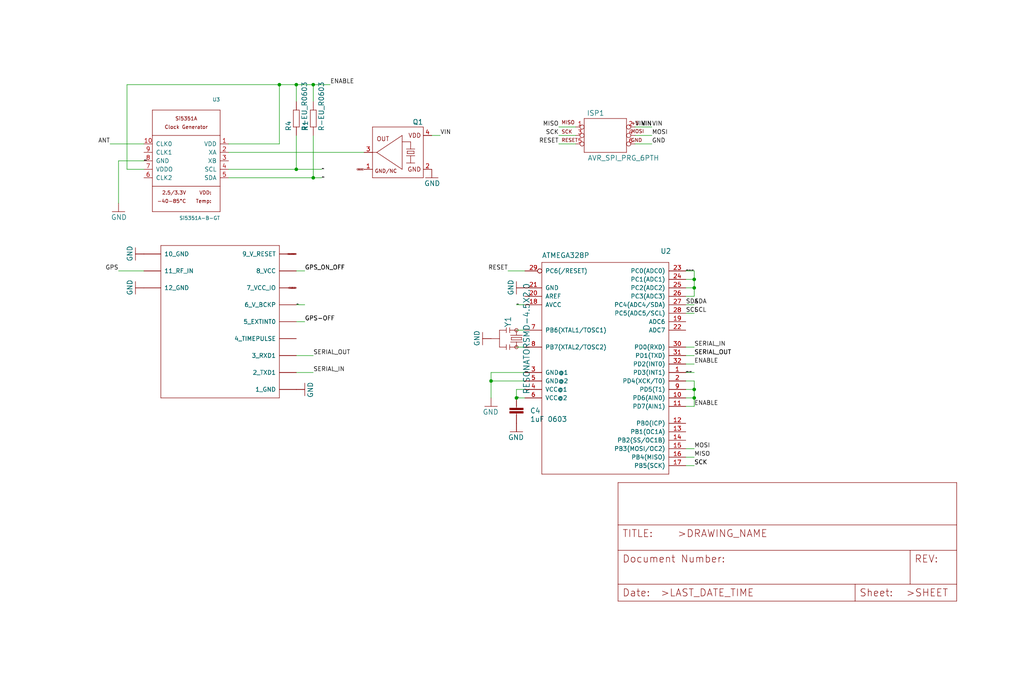
<source format=kicad_sch>
(kicad_sch (version 20211123) (generator eeschema)
  (paper "User" 307.213 210.007)
  (lib_symbols
    (symbol "ict_v361-eagle-import:AVR_SPI_PRG_6PTH" (pin_names (offset 1.016))
      (property "Reference" "J" (at -4.318 5.842 0))
      (property "Value" "AVR_SPI_PRG_6PTH" (at -4.064 -7.62 0))
      (symbol "AVR_SPI_PRG_6PTH_1_0"
        (polyline (pts (xy -5.08 -5.08) (xy 7.62 -5.08)))
        (polyline (pts (xy -5.08 5.08) (xy -5.08 -5.08)))
        (polyline (pts (xy 7.62 -5.08) (xy 7.62 5.08)))
        (polyline (pts (xy 7.62 5.08) (xy -5.08 5.08)))
        (text "+5" (at 8.89 3.048 0) (effects (font (size 1.0668 1.0668)) (justify left bottom)))
        (text "GND" (at 8.89 -2.032 0) (effects (font (size 1.0668 1.0668)) (justify left bottom)))
        (text "MISO" (at -11.938 3.302 0) (effects (font (size 1.0668 1.0668)) (justify left bottom)))
        (text "MOSI" (at 8.89 0.635 0) (effects (font (size 1.0668 1.0668)) (justify left bottom)))
        (text "RESET" (at -11.938 -2.032 0) (effects (font (size 1.0668 1.0668)) (justify left bottom)))
        (text "SCK" (at -11.938 0.508 0) (effects (font (size 1.0668 1.0668)) (justify left bottom)))
        (pin passive inverted (at -7.62 2.54 0) (length 2.54) (name "1") (number "1"))
        (pin passive inverted (at 10.16 2.54 180) (length 2.54) (name "2") (number "2"))
        (pin passive inverted (at -7.62 0 0) (length 2.54) (name "3") (number "3"))
        (pin passive inverted (at 10.16 0 180) (length 2.54) (name "4") (number "4"))
        (pin passive inverted (at -7.62 -2.54 0) (length 2.54) (name "5") (number "5"))
        (pin passive inverted (at 10.16 -2.54 180) (length 2.54) (name "6") (number "6"))
      )
    )
    (symbol "ict_v361-eagle-import:C-EUC0603K" (pin_names (offset 1.016))
      (property "Reference" "C" (at 1.524 0.381 0))
      (property "Value" "C-EUC0603K" (at 1.524 -4.699 0))
      (symbol "C-EUC0603K_1_0"
        (rectangle (start -2.032 -2.032) (end 2.032 -1.524) (fill (type outline)))
        (rectangle (start -2.032 -1.016) (end 2.032 -0.508) (fill (type outline)))
        (polyline (pts (xy 0 -2.54) (xy 0 -2.032)))
        (polyline (pts (xy 0 0) (xy 0 -0.508)))
        (pin passive line (at 0 2.54 270) (length 2.54) (name "1") (number "1"))
        (pin passive line (at 0 -5.08 90) (length 2.54) (name "2") (number "2"))
      )
    )
    (symbol "ict_v361-eagle-import:DINA4_L" (pin_names (offset 1.016))
      (symbol "DINA4_L_2_0"
        (polyline (pts (xy 0 0) (xy 0 5.08)))
        (polyline (pts (xy 0 0) (xy 71.12 0)))
        (polyline (pts (xy 0 5.08) (xy 0 15.24)))
        (polyline (pts (xy 0 5.08) (xy 71.12 5.08)))
        (polyline (pts (xy 0 15.24) (xy 0 22.86)))
        (polyline (pts (xy 0 22.86) (xy 0 35.56)))
        (polyline (pts (xy 0 22.86) (xy 101.6 22.86)))
        (polyline (pts (xy 71.12 0) (xy 101.6 0)))
        (polyline (pts (xy 71.12 5.08) (xy 71.12 0)))
        (polyline (pts (xy 71.12 5.08) (xy 87.63 5.08)))
        (polyline (pts (xy 87.63 5.08) (xy 101.6 5.08)))
        (polyline (pts (xy 87.63 15.24) (xy 0 15.24)))
        (polyline (pts (xy 87.63 15.24) (xy 87.63 5.08)))
        (polyline (pts (xy 101.6 5.08) (xy 101.6 0)))
        (polyline (pts (xy 101.6 15.24) (xy 87.63 15.24)))
        (polyline (pts (xy 101.6 15.24) (xy 101.6 5.08)))
        (polyline (pts (xy 101.6 22.86) (xy 101.6 15.24)))
        (polyline (pts (xy 101.6 35.56) (xy 0 35.56)))
        (polyline (pts (xy 101.6 35.56) (xy 101.6 22.86)))
        (text ">DRAWING_NAME" (at 17.78 19.05 0) (effects (font (size 2.159 2.159)) (justify left bottom)))
        (text ">LAST_DATE_TIME" (at 12.7 1.27 0) (effects (font (size 2.159 2.159)) (justify left bottom)))
        (text ">SHEET" (at 86.36 1.27 0) (effects (font (size 2.159 2.159)) (justify left bottom)))
        (text "Date:" (at 1.27 1.27 0) (effects (font (size 2.159 2.159)) (justify left bottom)))
        (text "Document Number:" (at 1.27 11.43 0) (effects (font (size 2.159 2.159)) (justify left bottom)))
        (text "REV:" (at 88.9 11.43 0) (effects (font (size 2.159 2.159)) (justify left bottom)))
        (text "Sheet:" (at 72.39 1.27 0) (effects (font (size 2.159 2.159)) (justify left bottom)))
        (text "TITLE:" (at 1.27 19.05 0) (effects (font (size 2.159 2.159)) (justify left bottom)))
      )
    )
    (symbol "ict_v361-eagle-import:GND" (power) (pin_names (offset 1.016))
      (property "Value" "GND" (at -2.54 -2.54 0))
      (symbol "GND_1_0"
        (polyline (pts (xy -1.905 0) (xy 1.905 0)))
        (pin power_in line (at 0 2.54 270) (length 2.54) (name "GND") (number "1"))
      )
    )
    (symbol "ict_v361-eagle-import:KXO-TCXO-CMOS-84" (pin_names (offset 1.016))
      (property "Reference" "Q" (at -7.62 8.255 0))
      (symbol "KXO-TCXO-CMOS-84_1_0"
        (polyline (pts (xy -7.62 7.62) (xy -7.62 -7.62)))
        (polyline (pts (xy -7.62 7.62) (xy 7.62 7.62)))
        (polyline (pts (xy -5.08 -3.175) (xy -2.54 -3.175)))
        (polyline (pts (xy -5.08 -1.016) (xy -3.81 -1.016)))
        (polyline (pts (xy -5.08 1.016) (xy -2.54 1.016)))
        (polyline (pts (xy -4.826 -0.381) (xy -4.826 0.381)))
        (polyline (pts (xy -4.826 -0.381) (xy -2.794 -0.381)))
        (polyline (pts (xy -4.826 0.381) (xy -2.794 0.381)))
        (polyline (pts (xy -3.81 -3.175) (xy -3.81 -1.016)))
        (polyline (pts (xy -3.81 -1.016) (xy -2.54 -1.016)))
        (polyline (pts (xy -3.81 1.016) (xy -3.81 3.175)))
        (polyline (pts (xy -3.81 3.175) (xy -1.27 3.175)))
        (polyline (pts (xy -2.794 0.381) (xy -2.794 -0.381)))
        (polyline (pts (xy -1.27 -5.08) (xy -1.27 3.175)))
        (polyline (pts (xy -1.27 3.175) (xy -1.27 5.08)))
        (polyline (pts (xy -1.27 5.08) (xy 6.35 0)))
        (polyline (pts (xy 6.35 0) (xy -1.27 -5.08)))
        (polyline (pts (xy 6.35 0) (xy 7.62 0)))
        (polyline (pts (xy 7.62 -7.62) (xy -7.62 -7.62)))
        (polyline (pts (xy 7.62 -7.62) (xy 7.62 0)))
        (polyline (pts (xy 7.62 0) (xy 7.62 7.62)))
        (text "GND" (at -6.985 -5.842 0) (effects (font (size 1.2954 1.2954)) (justify left bottom)))
        (text "GND/NC" (at 6.985 -4.953 0) (effects (font (size 1.0668 1.0668)) (justify right top)))
        (text "OUT" (at 2.54 3.302 0) (effects (font (size 1.2954 1.2954)) (justify left bottom)))
        (text "VDD" (at -6.985 4.318 0) (effects (font (size 1.2954 1.2954)) (justify left bottom)))
        (pin power_in line (at 10.16 -5.08 180) (length 2.54) (name "GND/NC") (number "1"))
        (pin power_in line (at -10.16 -5.08 0) (length 2.54) (name "GND") (number "2"))
        (pin output line (at 10.16 0 180) (length 2.54) (name "OUT") (number "3"))
        (pin power_in line (at -10.16 5.08 0) (length 2.54) (name "VDD") (number "4"))
      )
    )
    (symbol "ict_v361-eagle-import:MEGA8-AI" (pin_names (offset 1.016))
      (property "Reference" "IC" (at -17.78 -38.1 0))
      (property "Value" "MEGA8-AI" (at -17.78 29.21 0))
      (symbol "MEGA8-AI_1_0"
        (polyline (pts (xy -17.78 -35.56) (xy -17.78 27.94)))
        (polyline (pts (xy -17.78 27.94) (xy 20.32 27.94)))
        (polyline (pts (xy 20.32 -35.56) (xy -17.78 -35.56)))
        (polyline (pts (xy 20.32 27.94) (xy 20.32 -35.56)))
        (pin bidirectional line (at 25.4 -5.08 180) (length 5.08) (name "PD3(INT1)") (number "1"))
        (pin bidirectional line (at 25.4 -12.7 180) (length 5.08) (name "PD6(AIN0)") (number "10"))
        (pin bidirectional line (at 25.4 -15.24 180) (length 5.08) (name "PD7(AIN1)") (number "11"))
        (pin bidirectional line (at 25.4 -20.32 180) (length 5.08) (name "PB0(ICP)") (number "12"))
        (pin bidirectional line (at 25.4 -22.86 180) (length 5.08) (name "PB1(OC1A)") (number "13"))
        (pin bidirectional line (at 25.4 -25.4 180) (length 5.08) (name "PB2(SS/OC1B)") (number "14"))
        (pin bidirectional line (at 25.4 -27.94 180) (length 5.08) (name "PB3(MOSI/OC2)") (number "15"))
        (pin bidirectional line (at 25.4 -30.48 180) (length 5.08) (name "PB4(MISO)") (number "16"))
        (pin bidirectional line (at 25.4 -33.02 180) (length 5.08) (name "PB5(SCK)") (number "17"))
        (pin power_in line (at -22.86 15.24 0) (length 5.08) (name "AVCC") (number "18"))
        (pin bidirectional line (at 25.4 10.16 180) (length 5.08) (name "ADC6") (number "19"))
        (pin bidirectional line (at 25.4 -7.62 180) (length 5.08) (name "PD4(XCK/T0)") (number "2"))
        (pin passive line (at -22.86 17.78 0) (length 5.08) (name "AREF") (number "20"))
        (pin power_in line (at -22.86 20.32 0) (length 5.08) (name "GND") (number "21"))
        (pin bidirectional line (at 25.4 7.62 180) (length 5.08) (name "ADC7") (number "22"))
        (pin bidirectional line (at 25.4 25.4 180) (length 5.08) (name "PC0(ADC0)") (number "23"))
        (pin bidirectional line (at 25.4 22.86 180) (length 5.08) (name "PC1(ADC1)") (number "24"))
        (pin bidirectional line (at 25.4 20.32 180) (length 5.08) (name "PC2(ADC2)") (number "25"))
        (pin bidirectional line (at 25.4 17.78 180) (length 5.08) (name "PC3(ADC3)") (number "26"))
        (pin bidirectional line (at 25.4 15.24 180) (length 5.08) (name "PC4(ADC4/SDA)") (number "27"))
        (pin bidirectional line (at 25.4 12.7 180) (length 5.08) (name "PC5(ADC5/SCL)") (number "28"))
        (pin bidirectional inverted (at -22.86 25.4 0) (length 5.08) (name "PC6(/RESET)") (number "29"))
        (pin power_in line (at -22.86 -5.08 0) (length 5.08) (name "GND@1") (number "3"))
        (pin bidirectional line (at 25.4 2.54 180) (length 5.08) (name "PD0(RXD)") (number "30"))
        (pin bidirectional line (at 25.4 0 180) (length 5.08) (name "PD1(TXD)") (number "31"))
        (pin bidirectional line (at 25.4 -2.54 180) (length 5.08) (name "PD2(INT0)") (number "32"))
        (pin power_in line (at -22.86 -10.16 0) (length 5.08) (name "VCC@1") (number "4"))
        (pin power_in line (at -22.86 -7.62 0) (length 5.08) (name "GND@2") (number "5"))
        (pin power_in line (at -22.86 -12.7 0) (length 5.08) (name "VCC@2") (number "6"))
        (pin bidirectional line (at -22.86 7.62 0) (length 5.08) (name "PB6(XTAL1/TOSC1)") (number "7"))
        (pin bidirectional line (at -22.86 2.54 0) (length 5.08) (name "PB7(XTAL2/TOSC2)") (number "8"))
        (pin bidirectional line (at 25.4 -10.16 180) (length 5.08) (name "PD5(T1)") (number "9"))
      )
    )
    (symbol "ict_v361-eagle-import:R-EU_R0603" (pin_names (offset 1.016))
      (property "Reference" "R" (at -3.81 1.4986 0))
      (property "Value" "R-EU_R0603" (at -3.81 -3.302 0))
      (symbol "R-EU_R0603_1_0"
        (polyline (pts (xy -2.54 -0.889) (xy -2.54 0.889)))
        (polyline (pts (xy -2.54 -0.889) (xy 2.54 -0.889)))
        (polyline (pts (xy 2.54 -0.889) (xy 2.54 0.889)))
        (polyline (pts (xy 2.54 0.889) (xy -2.54 0.889)))
        (pin passive line (at -5.08 0 0) (length 2.54) (name "1") (number "1"))
        (pin passive line (at 5.08 0 180) (length 2.54) (name "2") (number "2"))
      )
    )
    (symbol "ict_v361-eagle-import:RESONATORSMD-4.5X2.0" (pin_names (offset 1.016))
      (property "Reference" "Y" (at -3.302 -2.54 0))
      (property "Value" "RESONATORSMD-4.5X2.0" (at 0 2.032 0))
      (symbol "RESONATORSMD-4.5X2.0_1_0"
        (circle (center -2.54 0) (radius 0.508))
        (polyline (pts (xy -2.54 -3.048) (xy -3.302 -3.048)))
        (polyline (pts (xy -2.54 -3.048) (xy -2.54 -5.08)))
        (polyline (pts (xy -2.54 -2.032) (xy -3.302 -2.032)))
        (polyline (pts (xy -2.54 -2.032) (xy -2.54 0)))
        (polyline (pts (xy -2.54 0) (xy -1.016 0)))
        (polyline (pts (xy -1.778 -3.048) (xy -2.54 -3.048)))
        (polyline (pts (xy -1.778 -2.032) (xy -2.54 -2.032)))
        (polyline (pts (xy -1.016 0) (xy -1.016 -1.778)))
        (polyline (pts (xy -1.016 1.778) (xy -1.016 0)))
        (polyline (pts (xy -0.381 -1.524) (xy 0.381 -1.524)))
        (polyline (pts (xy -0.381 1.524) (xy -0.381 -1.524)))
        (polyline (pts (xy 0 -5.08) (xy -2.54 -5.08)))
        (polyline (pts (xy 0 -5.08) (xy 0 -7.62)))
        (polyline (pts (xy 0.381 -1.524) (xy 0.381 1.524)))
        (polyline (pts (xy 0.381 1.524) (xy -0.381 1.524)))
        (polyline (pts (xy 1.016 0) (xy 1.016 -1.778)))
        (polyline (pts (xy 1.016 0) (xy 2.54 0)))
        (polyline (pts (xy 1.016 1.778) (xy 1.016 0)))
        (polyline (pts (xy 2.54 -5.08) (xy 0 -5.08)))
        (polyline (pts (xy 2.54 -3.048) (xy 1.778 -3.048)))
        (polyline (pts (xy 2.54 -3.048) (xy 2.54 -5.08)))
        (polyline (pts (xy 2.54 -2.032) (xy 1.778 -2.032)))
        (polyline (pts (xy 2.54 0) (xy 2.54 -2.032)))
        (polyline (pts (xy 3.302 -3.048) (xy 2.54 -3.048)))
        (polyline (pts (xy 3.302 -2.032) (xy 2.54 -2.032)))
        (circle (center 2.54 0) (radius 0.508))
        (pin passive line (at -2.54 0 0) (length 0) (name "1") (number "1"))
        (pin passive line (at 0 -7.62 90) (length 0) (name "2") (number "2"))
        (pin passive line (at 2.54 0 180) (length 0) (name "3") (number "3"))
      )
    )
    (symbol "ict_v361-eagle-import:SI5351A" (pin_names (offset 1.016))
      (property "Reference" "U" (at -10.16 17.78 0))
      (property "Value" "SI5351A" (at -10.16 -17.78 0))
      (symbol "SI5351A_1_0"
        (polyline (pts (xy -10.16 -15.24) (xy 10.16 -15.24)))
        (polyline (pts (xy -10.16 -7.62) (xy -10.16 -15.24)))
        (polyline (pts (xy -10.16 -7.62) (xy -10.16 7.62)))
        (polyline (pts (xy -10.16 7.62) (xy -10.16 15.24)))
        (polyline (pts (xy -10.16 7.62) (xy 10.16 7.62)))
        (polyline (pts (xy -10.16 15.24) (xy 10.16 15.24)))
        (polyline (pts (xy 10.16 -15.24) (xy 10.16 -7.62)))
        (polyline (pts (xy 10.16 -7.62) (xy -10.16 -7.62)))
        (polyline (pts (xy 10.16 7.62) (xy 10.16 -7.62)))
        (polyline (pts (xy 10.16 15.24) (xy 10.16 7.62)))
        (text "-40-85°C" (at 0 -12.7 0) (effects (font (size 1.0668 1.0668)) (justify left bottom)))
        (text "2.5/3.3V" (at 0 -10.16 0) (effects (font (size 1.0668 1.0668)) (justify left bottom)))
        (text "Clock Generator" (at 0 10.16 0) (effects (font (size 1.0668 1.0668))))
        (text "Si5351A" (at 0 12.7 0) (effects (font (size 1.0668 1.0668))))
        (text "Temp:" (at -7.62 -12.7 0) (effects (font (size 1.0668 1.0668)) (justify left bottom)))
        (text "VDD:" (at -7.62 -10.16 0) (effects (font (size 1.0668 1.0668)) (justify left bottom)))
        (pin power_in line (at -12.7 5.08 0) (length 2.54) (name "VDD") (number "1"))
        (pin output line (at 12.7 5.08 180) (length 2.54) (name "CLK0") (number "10"))
        (pin input line (at -12.7 2.54 0) (length 2.54) (name "XA") (number "2"))
        (pin input line (at -12.7 0 0) (length 2.54) (name "XB") (number "3"))
        (pin input line (at -12.7 -2.54 0) (length 2.54) (name "SCL") (number "4"))
        (pin bidirectional line (at -12.7 -5.08 0) (length 2.54) (name "SDA") (number "5"))
        (pin output line (at 12.7 -5.08 180) (length 2.54) (name "CLK2") (number "6"))
        (pin power_in line (at 12.7 -2.54 180) (length 2.54) (name "VDDO") (number "7"))
        (pin power_in line (at 12.7 0 180) (length 2.54) (name "GND") (number "8"))
        (pin output line (at 12.7 2.54 180) (length 2.54) (name "CLK1") (number "9"))
      )
    )
    (symbol "ict_v361-eagle-import:UBLOX_MAX" (pin_names (offset 1.016))
      (symbol "UBLOX_MAX_1_0"
        (polyline (pts (xy -17.78 -27.94) (xy 17.78 -27.94)))
        (polyline (pts (xy -17.78 17.78) (xy -17.78 -27.94)))
        (polyline (pts (xy 17.78 -27.94) (xy 17.78 17.78)))
        (polyline (pts (xy 17.78 17.78) (xy -17.78 17.78)))
        (pin power_in line (at -22.86 15.24 0) (length 5.08) (name "10_GND") (number "10_GND"))
        (pin bidirectional line (at -22.86 10.16 0) (length 5.08) (name "11_RF_IN") (number "11_RF_IN"))
        (pin power_in line (at -22.86 5.08 0) (length 5.08) (name "12_GND") (number "12_GND"))
        (pin power_in line (at 22.86 -25.4 180) (length 5.08) (name "1_GND") (number "1_GND"))
        (pin bidirectional line (at 22.86 -20.32 180) (length 5.08) (name "2_TXD1") (number "2_TXD1"))
        (pin bidirectional line (at 22.86 -15.24 180) (length 5.08) (name "3_RXD1") (number "3_RXD1"))
        (pin bidirectional line (at 22.86 -10.16 180) (length 5.08) (name "4_TIMEPULSE") (number "4_TIMEPULSE"))
        (pin bidirectional line (at 22.86 -5.08 180) (length 5.08) (name "5_EXTINT0") (number "5_EXTINT0"))
        (pin bidirectional line (at 22.86 0 180) (length 5.08) (name "6_V_BCKP") (number "6_V_BCKP"))
        (pin power_in line (at 22.86 5.08 180) (length 5.08) (name "7_VCC_IO") (number "7_VCC_IO"))
        (pin power_in line (at 22.86 10.16 180) (length 5.08) (name "8_VCC") (number "8_VCC"))
        (pin power_in line (at 22.86 15.24 180) (length 5.08) (name "9_V_RESET") (number "9_V_RESET"))
      )
    )
  )
  (junction (at 208.28 116.84))
  (junction (at 88.9 50.8))
  (junction (at 208.28 119.38))
  (junction (at 83.82 25.4))
  (junction (at 154.94 119.38))
  (junction (at 93.98 25.4))
  (junction (at 208.28 83.82))
  (junction (at 208.28 86.36))
  (junction (at 93.98 53.34))
  (junction (at 88.9 25.4))
  (junction (at 147.32 114.3))
  (wire (pts (xy 109.22 45.72) (xy 68.58 45.72)))
  (wire (pts (xy 154.94 119.38) (xy 154.94 116.84)))
  (wire (pts (xy 208.28 119.38) (xy 205.74 119.38)))
  (wire (pts (xy 205.74 104.14) (xy 208.28 104.14)))
  (wire (pts (xy 208.28 81.28) (xy 208.28 83.82)))
  (wire (pts (xy 147.32 111.76) (xy 147.32 114.3)))
  (wire (pts (xy 157.48 114.3) (xy 147.32 114.3)))
  (wire (pts (xy 157.48 99.06) (xy 154.94 99.06)))
  (wire (pts (xy 205.74 106.68) (xy 208.28 106.68)))
  (wire (pts (xy 88.9 106.68) (xy 93.98 106.68)))
  (wire (pts (xy 208.28 116.84) (xy 205.74 116.84)))
  (wire (pts (xy 208.28 88.9) (xy 205.74 88.9)))
  (wire (pts (xy 205.74 137.16) (xy 208.28 137.16)))
  (wire (pts (xy 96.52 53.34) (xy 93.98 53.34)))
  (wire (pts (xy 172.72 43.18) (xy 167.64 43.18)))
  (wire (pts (xy 208.28 116.84) (xy 208.28 119.38)))
  (wire (pts (xy 205.74 109.22) (xy 208.28 109.22)))
  (wire (pts (xy 208.28 86.36) (xy 208.28 88.9)))
  (wire (pts (xy 154.94 91.44) (xy 157.48 91.44)))
  (wire (pts (xy 157.48 104.14) (xy 154.94 104.14)))
  (wire (pts (xy 205.74 114.3) (xy 208.28 114.3)))
  (wire (pts (xy 33.02 43.18) (xy 43.18 43.18)))
  (wire (pts (xy 43.18 48.26) (xy 35.56 48.26)))
  (wire (pts (xy 205.74 134.62) (xy 208.28 134.62)))
  (wire (pts (xy 208.28 83.82) (xy 208.28 86.36)))
  (wire (pts (xy 157.48 111.76) (xy 147.32 111.76)))
  (wire (pts (xy 93.98 25.4) (xy 88.9 25.4)))
  (wire (pts (xy 190.5 40.64) (xy 195.58 40.64)))
  (wire (pts (xy 93.98 30.48) (xy 93.98 25.4)))
  (wire (pts (xy 129.54 40.64) (xy 132.08 40.64)))
  (wire (pts (xy 205.74 139.7) (xy 208.28 139.7)))
  (wire (pts (xy 88.9 91.44) (xy 91.44 91.44)))
  (wire (pts (xy 88.9 50.8) (xy 68.58 50.8)))
  (wire (pts (xy 93.98 53.34) (xy 68.58 53.34)))
  (wire (pts (xy 88.9 111.76) (xy 93.98 111.76)))
  (wire (pts (xy 38.1 50.8) (xy 38.1 25.4)))
  (wire (pts (xy 88.9 30.48) (xy 88.9 25.4)))
  (wire (pts (xy 190.5 43.18) (xy 195.58 43.18)))
  (wire (pts (xy 208.28 83.82) (xy 205.74 83.82)))
  (wire (pts (xy 96.52 50.8) (xy 88.9 50.8)))
  (wire (pts (xy 83.82 25.4) (xy 83.82 43.18)))
  (wire (pts (xy 208.28 119.38) (xy 208.28 121.92)))
  (wire (pts (xy 147.32 114.3) (xy 147.32 119.38)))
  (wire (pts (xy 157.48 81.28) (xy 152.4 81.28)))
  (wire (pts (xy 205.74 121.92) (xy 208.28 121.92)))
  (wire (pts (xy 154.94 119.38) (xy 157.48 119.38)))
  (wire (pts (xy 172.72 38.1) (xy 167.64 38.1)))
  (wire (pts (xy 35.56 48.26) (xy 35.56 60.96)))
  (wire (pts (xy 88.9 81.28) (xy 91.44 81.28)))
  (wire (pts (xy 190.5 38.1) (xy 195.58 38.1)))
  (wire (pts (xy 83.82 43.18) (xy 68.58 43.18)))
  (wire (pts (xy 88.9 96.52) (xy 91.44 96.52)))
  (wire (pts (xy 208.28 91.44) (xy 205.74 91.44)))
  (wire (pts (xy 205.74 93.98) (xy 208.28 93.98)))
  (wire (pts (xy 205.74 111.76) (xy 208.28 111.76)))
  (wire (pts (xy 43.18 81.28) (xy 35.56 81.28)))
  (wire (pts (xy 99.06 25.4) (xy 93.98 25.4)))
  (wire (pts (xy 38.1 25.4) (xy 83.82 25.4)))
  (wire (pts (xy 43.18 50.8) (xy 38.1 50.8)))
  (wire (pts (xy 88.9 40.64) (xy 88.9 50.8)))
  (wire (pts (xy 205.74 81.28) (xy 208.28 81.28)))
  (wire (pts (xy 208.28 86.36) (xy 205.74 86.36)))
  (wire (pts (xy 88.9 25.4) (xy 83.82 25.4)))
  (wire (pts (xy 154.94 116.84) (xy 157.48 116.84)))
  (wire (pts (xy 172.72 40.64) (xy 167.64 40.64)))
  (wire (pts (xy 93.98 40.64) (xy 93.98 53.34)))
  (wire (pts (xy 208.28 114.3) (xy 208.28 116.84)))
  (label "GPS_ON_OFF" (at 91.44 81.28 0))
  (label "SERIAL_IN" (at 93.98 111.76 0))
  (label "SCL" (at 205.74 93.98 0))
  (label "SCK" (at 208.28 139.7 0))
  (label "VIN" (at 132.08 40.64 0))
  (label "SERIAL_OUT" (at 208.28 106.68 0))
  (label "SERIAL_IN" (at 208.28 104.14 0))
  (label "ENABLE" (at 208.28 109.22 0))
  (label "GND" (at 43.18 48.26 0) (effects (font (size 0.254 0.254))))
  (label "VIN" (at 195.58 38.1 180))
  (label "GPS-OFF" (at 91.44 96.52 0))
  (label "VIN" (at 88.9 91.44 0) (effects (font (size 0.254 0.254))))
  (label "VIN" (at 154.94 91.44 0) (effects (font (size 0.254 0.254))))
  (label "SDA" (at 96.52 53.34 0) (effects (font (size 0.254 0.254))))
  (label "SCL" (at 208.28 93.98 0))
  (label "MISO" (at 208.28 137.16 0))
  (label "GND" (at 157.48 111.76 0) (effects (font (size 0.254 0.254))))
  (label "RESET" (at 152.4 81.28 180))
  (label "GPS-OFF" (at 91.44 96.52 0))
  (label "SCK" (at 208.28 139.7 0))
  (label "GPS" (at 35.56 81.28 180))
  (label "GND" (at 195.58 43.18 0))
  (label "ENABLE" (at 99.06 25.4 0))
  (label "ENABLE" (at 208.28 121.92 0))
  (label "GPS-OFF" (at 205.74 111.76 0) (effects (font (size 0.254 0.254))))
  (label "SERIAL_OUT" (at 208.28 106.68 0))
  (label "GPS_ON_OFF" (at 91.44 81.28 0))
  (label "VIN" (at 190.5 38.1 0))
  (label "VIN" (at 195.58 38.1 180))
  (label "ANT" (at 33.02 43.18 180))
  (label "SCL" (at 96.52 50.8 0) (effects (font (size 0.254 0.254))))
  (label "MOSI" (at 208.28 134.62 0))
  (label "VIN" (at 154.94 119.38 0) (effects (font (size 0.254 0.254))))
  (label "MISO" (at 167.64 38.1 180))
  (label "SDA" (at 205.74 91.44 0))
  (label "MOSI" (at 195.58 40.64 0))
  (label "SERIAL_OUT" (at 93.98 106.68 0))
  (label "SCK" (at 167.64 40.64 180))
  (label "GPS_ON_OFF" (at 205.74 81.28 0) (effects (font (size 0.254 0.254))))
  (label "VIN" (at 195.58 38.1 0))
  (label "RESET" (at 167.64 43.18 180))
  (label "SDA" (at 208.28 91.44 0))
  (global_label "7_VCC_IO" (shape bidirectional) (at 88.9 86.36 180) (effects (font (size 0.254 0.254))) (property "Intersheet References" "${INTERSHEET_REFS}" (effects hide)))
  (global_label "9_V_RESET" (shape bidirectional) (at 88.9 76.2 180) (effects (font (size 0.254 0.254))) (property "Intersheet References" "${INTERSHEET_REFS}" (effects hide)))
  (global_label "GND/NC" (shape bidirectional) (at 109.22 50.8 180) (effects (font (size 0.254 0.254))) (property "Intersheet References" "${INTERSHEET_REFS}" (effects hide)))
  (symbol (lib_id "ict_v361-eagle-import:R-EU_R0603") (at 93.98 35.56 90) (unit 1)
    (property "Reference" "R1" (at 92.4814 39.37 0) (effects (font (size 1.4986 1.4986)) (justify left bottom)))
    (property "Value" "R-EU_R0603" (at 97.282 39.37 0) (effects (font (size 1.4986 1.4986)) (justify left bottom)))
    (property "Footprint" "ict_v361:R0603" (effects hide))
  )
  (symbol (lib_id "ict_v361-eagle-import:GND") (at 154.94 129.54 0) (unit 1)
    (property "Reference" "#GND011" (effects hide))
    (property "Value" "GND" (at 152.4 132.08 0) (effects (font (size 1.4986 1.4986)) (justify left bottom)))
  )
  (symbol (lib_id "ict_v361-eagle-import:R-EU_R0603") (at 88.9 35.56 90) (unit 1)
    (property "Reference" "R4" (at 87.4014 39.37 0) (effects (font (size 1.4986 1.4986)) (justify left bottom)))
    (property "Value" "R-EU_R0603" (at 92.202 39.37 0) (effects (font (size 1.4986 1.4986)) (justify left bottom)))
    (property "Footprint" "ict_v361:R0603" (effects hide))
  )
  (symbol (lib_id "ict_v361-eagle-import:RESONATORSMD-4.5X2.0") (at 154.94 101.6 270) (unit 1)
    (property "Reference" "Y1" (at 152.4 98.298 0) (effects (font (size 1.778 1.778)) (justify right)))
    (property "Value" "RESONATORSMD-4.5X2.0" (at 156.972 101.6 0) (effects (font (size 1.778 1.778)) (justify bottom)))
    (property "Footprint" "ict_v361:RESONATOR-SMD-4.5X2.0" (effects hide))
  )
  (symbol (lib_id "ict_v361-eagle-import:C-EUC0603K") (at 154.94 121.92 0) (unit 1)
    (property "Reference" "C4" (at 159.004 124.079 0) (effects (font (size 1.4986 1.4986)) (justify left bottom)))
    (property "Value" "1uF 0603" (at 159.004 126.619 0) (effects (font (size 1.4986 1.4986)) (justify left bottom)))
    (property "Footprint" "ict_v361:C0603K" (effects hide))
  )
  (symbol (lib_id "ict_v361-eagle-import:DINA4_L") (at 185.42 180.34 0) (unit 2)
    (property "Reference" "#FRAME1" (effects hide))
    (property "Value" "DINA4_L" (effects hide))
  )
  (symbol (lib_id "ict_v361-eagle-import:DINA4_L") (at 22.86 180.34 0) (unit 1)
    (property "Reference" "#FRAME1" (effects hide))
    (property "Value" "DINA4_L" (effects hide))
  )
  (symbol (lib_id "ict_v361-eagle-import:GND") (at 40.64 86.36 270) (unit 1)
    (property "Reference" "#GND03" (effects hide))
    (property "Value" "GND" (at 38.1 83.82 0) (effects (font (size 1.4986 1.4986)) (justify left bottom)))
  )
  (symbol (lib_id "ict_v361-eagle-import:KXO-TCXO-CMOS-84") (at 119.38 45.72 0) (mirror y) (unit 1)
    (property "Reference" "Q1" (at 127 37.465 0) (effects (font (size 1.4986 1.4986)) (justify left bottom)))
    (property "Value" "KXO-TCXO-CMOS-84" (effects hide))
    (property "Footprint" "ict_v361:3.2X2.5_KXO-84-TCXO" (effects hide))
  )
  (symbol (lib_id "ict_v361-eagle-import:MEGA8-AI") (at 180.34 106.68 0) (unit 1)
    (property "Reference" "U2" (at 198.12 76.2 0) (effects (font (size 1.4986 1.4986)) (justify left bottom)))
    (property "Value" "ATMEGA328P" (at 162.56 77.47 0) (effects (font (size 1.4986 1.4986)) (justify left bottom)))
    (property "Footprint" "ict_v361:TQFP32-08" (effects hide))
  )
  (symbol (lib_id "ict_v361-eagle-import:GND") (at 144.78 101.6 270) (unit 1)
    (property "Reference" "#GND010" (effects hide))
    (property "Value" "GND" (at 142.24 99.06 0) (effects (font (size 1.4986 1.4986)) (justify left bottom)))
  )
  (symbol (lib_id "ict_v361-eagle-import:AVR_SPI_PRG_6PTH") (at 180.34 40.64 0) (unit 1)
    (property "Reference" "ISP1" (at 176.022 34.798 0) (effects (font (size 1.4986 1.4986)) (justify left bottom)))
    (property "Value" "AVR_SPI_PRG_6PTH" (at 176.276 48.26 0) (effects (font (size 1.4986 1.4986)) (justify left bottom)))
    (property "Footprint" "ict_v361:2X3" (effects hide))
  )
  (symbol (lib_id "ict_v361-eagle-import:GND") (at 154.94 86.36 270) (unit 1)
    (property "Reference" "#GND09" (effects hide))
    (property "Value" "GND" (at 152.4 83.82 0) (effects (font (size 1.4986 1.4986)) (justify left bottom)))
  )
  (symbol (lib_id "ict_v361-eagle-import:GND") (at 40.64 76.2 270) (unit 1)
    (property "Reference" "#GND07" (effects hide))
    (property "Value" "GND" (at 38.1 73.66 0) (effects (font (size 1.4986 1.4986)) (justify left bottom)))
  )
  (symbol (lib_id "ict_v361-eagle-import:SI5351A") (at 55.88 48.26 0) (mirror y) (unit 1)
    (property "Reference" "U3" (at 66.04 30.48 0) (effects (font (size 1.0668 1.0668)) (justify left bottom)))
    (property "Value" "Si5351A-B-GT" (at 66.04 66.04 0) (effects (font (size 1.0668 1.0668)) (justify left bottom)))
    (property "Footprint" "ict_v361:MSOP10" (effects hide))
  )
  (symbol (lib_id "ict_v361-eagle-import:UBLOX_MAX") (at 66.04 91.44 0) (unit 1)
    (property "Reference" "U$2" (effects hide))
    (property "Value" "UBLOX_MAX" (effects hide))
    (property "Footprint" "ict_v361:UBLOX_MAX" (effects hide))
  )
  (symbol (lib_id "ict_v361-eagle-import:GND") (at 129.54 53.34 0) (mirror y) (unit 1)
    (property "Reference" "#GND021" (effects hide))
    (property "Value" "GND" (at 132.08 55.88 0) (effects (font (size 1.4986 1.4986)) (justify left bottom)))
  )
  (symbol (lib_id "ict_v361-eagle-import:GND") (at 35.56 63.5 0) (mirror y) (unit 1)
    (property "Reference" "#GND04" (effects hide))
    (property "Value" "GND" (at 38.1 66.04 0) (effects (font (size 1.4986 1.4986)) (justify left bottom)))
  )
  (symbol (lib_id "ict_v361-eagle-import:GND") (at 91.44 116.84 90) (unit 1)
    (property "Reference" "#GND01" (effects hide))
    (property "Value" "GND" (at 93.98 119.38 0) (effects (font (size 1.4986 1.4986)) (justify left bottom)))
  )
  (symbol (lib_id "ict_v361-eagle-import:GND") (at 147.32 121.92 0) (unit 1)
    (property "Reference" "#GND05" (effects hide))
    (property "Value" "GND" (at 144.78 124.46 0) (effects (font (size 1.4986 1.4986)) (justify left bottom)))
  )
)
</source>
